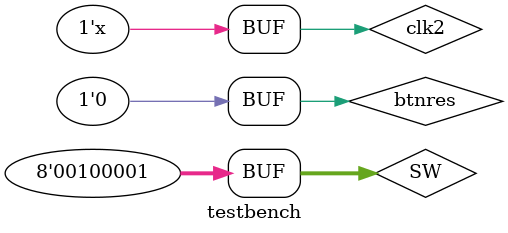
<source format=v>
`timescale 1ns / 1ns


module testbench;

	// Inputs
	reg [7:0] SW;
	reg clk2;
	reg btnres;

	//reg [3:0] countBench;

	// Outputs
	wire [7:0] LED;
	wire [6:0] Sseg;
	wire [7:0] anodos;

	// Instantiate the Unit Under Test (UUT)
	principal uut (
		.SW(SW), 
		.clk(clk2), 
		.btnres(btnres),
		.LED(LED), 
		.anodos(anodos),
		.Sseg(Sseg)
	);

	initial begin
		// Initialize Inputs
		clk2= 1;
		btnres = 0;
		SW = 8'b00100001;

		//countBench = 'b0;
	end
      

	always begin 
		#10;
		clk2 = ~clk2;
		/*if (fil == 4'b1000 && countBench <= 'd3)begin
			col = 4'b1000;
		end else begin
			col = 4'b0000;
		end*/
	end
	/*always @(posedge col[3])begin
		countBench = countBench + 'b1;
	end*/
endmodule
</source>
